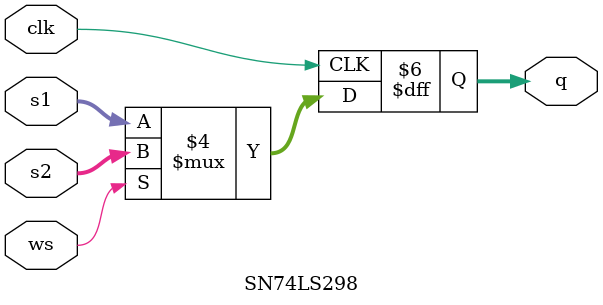
<source format=v>
`timescale 1ns / 1ps

module SN74LS298 
(
    input wire [3:0] s1,         // source 1: MSB -> A1, B1, C1, D1 <- LSB
    input wire [3:0] s2,         // source 2: MSB -> A2, B2, C3, D4 <- LSB
    input wire ws,               // word or source select
    input wire clk,
    output reg [3:0] q           // output: MSB -> QA QB QC QD <- LSB
);

always @(negedge clk)
begin
    if (ws == 1'b0)
        q = s1;
    else q = s2;
end

endmodule

</source>
